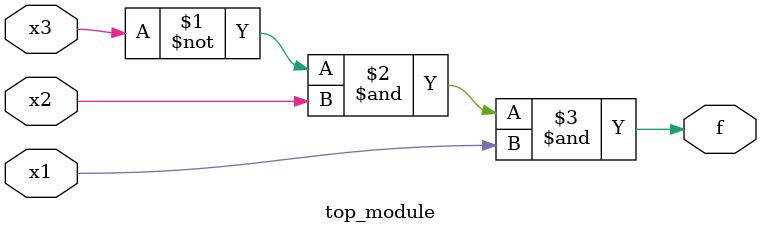
<source format=sv>
module top_module (
    input x3,
    input x2,
    input x1,
    output f
);

    assign f = (~x3 & x2 & x1);

endmodule

</source>
